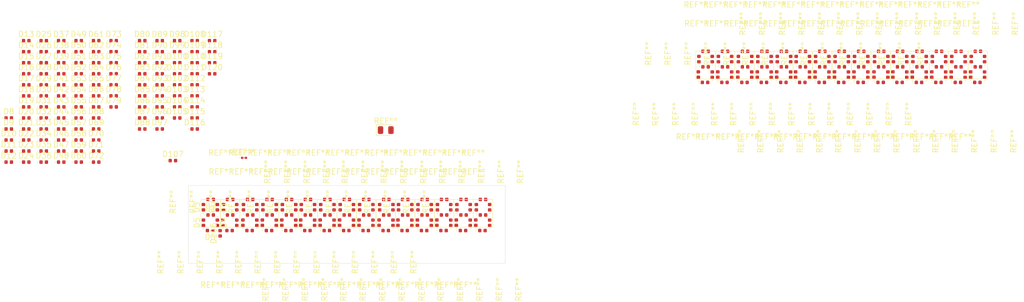
<source format=kicad_pcb>
(kicad_pcb (version 20240108) (generator "pcbnew") (generator_version "8.0")
  (layers (0 "F.Cu" signal) (31 "B.Cu" signal) (34 "B.Paste" user) (35 "F.Paste" user) (36 "B.SilkS" user "B.Silkscreen") (37 "F.SilkS" user "F.Silkscreen") (38 "B.Mask" user) (39 "F.Mask" user) (44 "Edge.Cuts" user))
  (net 0 "")
  (net 1 "b")
  (net 2 "k1")
  (net 3 "g")
  (net 4 "f")
  (net 5 "c")
  (net 6 "e")
  (net 7 "d")
  (net 8 "a")
  (net 9 "k2")
  (net 10 "h")
  (net 11 "k3")
  (net 12 "k4")
  (net 13 "k5")
  (net 14 "k6")
  (net 15 "k7")
  (net 16 "k8")
  (net 17 "k9")
  (net 18 "k10")
  (net 19 "k11")
  (net 20 "k12")
  (net 21 "k13")
  (net 22 "k14")
  (net 23 "k15")
  (footprint "LED_SMD:LED_0402_1005Metric" (layer "F.Cu") (at 176.35 28.2 90)
    (property "Reference" "REF**")
    (property "Value" "LED_0402_1005Metric")
  )
  (footprint "LED_SMD:LED_0402_1005Metric" (layer "F.Cu") (at 37.105 36.82)
    (property "Reference" "D43")
    (property "Value" "LED")
  )
  (footprint "LED_SMD:LED_0402_1005Metric" (layer "F.Cu") (at 111.8 54.9 90)
    (property "Reference" "REF**")
    (property "Value" "LED_0402_1005Metric")
  )
  (footprint "LED_SMD:LED_0402_1005Metric" (layer "F.Cu") (at 57.2 46.5)
    (property "Reference" "D107")
    (property "Value" "LED")
  )
  (footprint "LED_SMD:LED_0402_1005Metric" (layer "F.Cu") (at 43.395 40.8)
    (property "Reference" "D69")
    (property "Value" "LED")
  )
  (footprint "LED_SMD:LED_0402_1005Metric" (layer "F.Cu") (at 185.85 31 90)
    (property "Reference" "REF**")
    (property "Value" "LED_0402_1005Metric")
  )
  (footprint "LED_SMD:LED_0402_1005Metric" (layer "F.Cu") (at 169.25 30.985 90)
    (property "Reference" "REF**")
    (property "Value" "LED_0402_1005Metric")
  )
  (footprint "LED_SMD:LED_0402_1005Metric" (layer "F.Cu") (at 161.35 28.2 90)
    (property "Reference" "REF**")
    (property "Value" "LED_0402_1005Metric")
  )
  (footprint "LED_SMD:LED_0402_1005Metric" (layer "F.Cu") (at 33.96 32.84)
    (property "Reference" "D29")
    (property "Value" "LED")
  )
  (footprint "LED_SMD:LED_0805_2012Metric" (layer "F.Cu") (at 95.5 41)
    (property "Reference" "REF**")
    (property "Value" "LED_0805_2012Metric")
  )
  (footprint "LED_SMD:LED_0402_1005Metric" (layer "F.Cu") (at 57.97 34.83)
    (property "Reference" "D103")
    (property "Value" "LED")
  )
  (footprint "LED_SMD:LED_0402_1005Metric" (layer "F.Cu") (at 93.2 54.9 90)
    (property "Reference" "REF**")
    (property "Value" "LED_0402_1005Metric")
  )
  (footprint "LED_SMD:LED_0402_1005Metric" (layer "F.Cu") (at 67.4 59.1)
    (property "Reference" "REF**")
    (property "Value" "LED_0402_1005Metric")
  )
  (footprint "LED_SMD:LED_0402_1005Metric" (layer "F.Cu") (at 200.75 30.985 90)
    (property "Reference" "REF**")
    (property "Value" "LED_0402_1005Metric")
  )
  (footprint "LED_SMD:LED_0402_1005Metric" (layer "F.Cu") (at 156.45 32.4)
    (property "Reference" "REF**")
    (property "Value" "LED_0402_1005Metric")
  )
  (footprint "LED_SMD:LED_0402_1005Metric" (layer "F.Cu") (at 102.5 53.5)
    (property "Reference" "REF**")
    (property "Value" "LED_0402_1005Metric")
  )
  (footprint "LED_SMD:LED_0402_1005Metric" (layer "F.Cu") (at 185.85 28.2 90)
    (property "Reference" "REF**")
    (property "Value" "LED_0402_1005Metric")
  )
  (footprint "LED_SMD:LED_0402_1005Metric" (layer "F.Cu") (at 73.3 57.685 90)
    (property "Reference" "REF**")
    (property "Value" "LED_0402_1005Metric")
  )
  (footprint "LED_SMD:LED_0402_1005Metric" (layer "F.Cu") (at 177.55 29.6)
    (property "Reference" "REF**")
    (property "Value" "LED_0402_1005Metric")
  )
  (footprint "LED_SMD:LED_0402_1005Metric" (layer "F.Cu") (at 191.55 26.8)
    (property "Reference" "REF**")
    (property "Value" "LED_0402_1005Metric")
  )
  (footprint "LED_SMD:LED_0402_1005Metric" (layer "F.Cu") (at 178.75 31 90)
    (property "Reference" "REF**")
    (property "Value" "LED_0402_1005Metric")
  )
  (footprint "LED_SMD:LED_0402_1005Metric" (layer "F.Cu") (at 71 59.1)
    (property "Reference" "REF**")
    (property "Value" "LED_0402_1005Metric")
  )
  (footprint "LED_SMD:LED_0402_1005Metric" (layer "F.Cu") (at 183.45 28.2 90)
    (property "Reference" "REF**")
    (property "Value" "LED_0402_1005Metric")
  )
  (footprint "LED_SMD:LED_0402_1005Metric" (layer "F.Cu") (at 61.115 36.82)
    (property "Reference" "D114")
    (property "Value" "LED")
  )
  (footprint "LED_SMD:LED_0402_1005Metric" (layer "F.Cu") (at 86.2 54.9 90)
    (property "Reference" "REF**")
    (property "Value" "LED_0402_1005Metric")
  )
  (footprint "LED_SMD:LED_0402_1005Metric" (layer "F.Cu") (at 189.25 28.2 90)
    (property "Reference" "REF**")
    (property "Value" "LED_0402_1005Metric")
  )
  (footprint "LED_SMD:LED_0402_1005Metric" (layer "F.Cu") (at 170.45 32.4)
    (property "Reference" "REF**")
    (property "Value" "LED_0402_1005Metric")
  )
  (footprint "LED_SMD:LED_0402_1005Metric" (layer "F.Cu") (at 78 59.1)
    (property "Reference" "REF**")
    (property "Value" "LED_0402_1005Metric")
  )
  (footprint "LED_SMD:LED_0402_1005Metric" (layer "F.Cu") (at 33.96 28.86)
    (property "Reference" "D27")
    (property "Value" "LED")
  )
  (footprint "LED_SMD:LED_0402_1005Metric" (layer "F.Cu") (at 173.95 32.4)
    (property "Reference" "REF**")
    (property "Value" "LED_0402_1005Metric")
  )
  (footprint "LED_SMD:LED_0402_1005Metric" (layer "F.Cu") (at 43.395 44.78)
    (property "Reference" "D71")
    (property "Value" "LED")
  )
  (footprint "LED_SMD:LED_0402_1005Metric" (layer "F.Cu") (at 95.6 56.3)
    (property "Reference" "REF**")
    (property "Value" "LED_0402_1005Metric")
  )
  (footprint "LED_SMD:LED_0402_1005Metric" (layer "F.Cu") (at 43.395 24.88)
    (property "Reference" "D61")
    (property "Value" "LED")
  )
  (footprint "LED_SMD:LED_0402_1005Metric" (layer "F.Cu") (at 187.95 32.4)
    (property "Reference" "REF**")
    (property "Value" "LED_0402_1005Metric")
  )
  (footprint "LED_SMD:LED_0402_1005Metric" (layer "F.Cu") (at 30.815 46.77)
    (property "Reference" "D24")
    (property "Value" "LED")
  )
  (footprint "LED_SMD:LED_0402_1005Metric" (layer "F.Cu") (at 54.825 24.88)
    (property "Reference" "D89")
    (property "Value" "LED")
  )
  (footprint "LED_SMD:LED_0402_1005Metric" (layer "F.Cu") (at 186.85 28.2 90)
    (property "Reference" "REF**")
    (property "Value" "LED_0402_1005Metric")
  )
  (footprint "LED_SMD:LED_0402_1005Metric" (layer "F.Cu") (at 84.9 59.1)
    (property "Reference" "REF**")
    (property "Value" "LED_0402_1005Metric")
  )
  (footprint "LED_SMD:LED_0402_1005Metric" (layer "F.Cu") (at 67.5 56.3)
    (property "Reference" "REF**")
    (property "Value" "LED_0402_1005Metric")
  )
  (footprint "LED_SMD:LED_0402_1005Metric" (layer "F.Cu") (at 40.25 46.77)
    (property "Reference" "D60")
    (property "Value" "LED")
  )
  (footprint "LED_SMD:LED_0402_1005Metric" (layer "F.Cu") (at 37.105 42.79)
    (property "Reference" "D46")
    (property "Value" "LED")
  )
  (footprint "LED_SMD:LED_0402_1005Metric" (layer "F.Cu") (at 51.68 28.86)
    (property "Reference" "D82")
    (property "Value" "LED")
  )
  (footprint "LED_SMD:LED_0402_1005Metric" (layer "F.Cu") (at 169.35 28.2 90)
    (property "Reference" "REF**")
    (property "Value" "LED_0402_1005Metric")
  )
  (footprint "LED_SMD:LED_0402_1005Metric" (layer "F.Cu") (at 105.9 59.1)
    (property "Reference" "REF**")
    (property "Value" "LED_0402_1005Metric")
  )
  (footprint "LED_SMD:LED_0402_1005Metric" (layer "F.Cu") (at 95.6 53.5)
    (property "Reference" "REF**")
    (property "Value" "LED_0402_1005Metric")
  )
  (footprint "LED_SMD:LED_0402_1005Metric" (layer "F.Cu") (at 51.68 36.82)
    (property "Reference" "D86")
    (property "Value" "LED")
  )
  (footprint "LED_SMD:LED_0402_1005Metric" (layer "F.Cu") (at 30.815 40.8)
    (property "Reference" "D21")
    (property "Value" "LED")
  )
  (footprint "LED_SMD:LED_0402_1005Metric" (layer "F.Cu") (at 64.26 26.87)
    (property "Reference" "D118")
    (property "Value" "LED")
  )
  (footprint "LED_SMD:LED_0402_1005Metric" (layer "F.Cu") (at 74.6 56.3)
    (property "Reference" "REF**")
    (property "Value" "LED_0402_1005Metric")
  )
  (footprint "LED_SMD:LED_0402_1005Metric" (layer "F.Cu") (at 85 56.3)
    (property "Reference" "REF**")
    (property "Value" "LED_0402_1005Metric")
  )
  (footprint "LED_SMD:LED_0402_1005Metric" (layer "F.Cu") (at 196.25 31 90)
    (property "Reference" "REF**")
    (property "Value" "LED_0402_1005Metric")
  )
  (footprint "LED_SMD:LED_0402_1005Metric" (layer "F.Cu") (at 91.9 59.1)
    (property "Reference" "REF**")
    (property "Value" "LED_0402_1005Metric")
  )
  (footprint "LED_SMD:LED_0402_1005Metric" (layer "F.Cu") (at 61.115 26.87)
    (property "Reference" "D109")
    (property "Value" "LED")
  )
  (footprint "LED_SMD:LED_0402_1005Metric" (layer "F.Cu") (at 160.05 32.4)
    (property "Reference" "REF**")
    (property "Value" "LED_0402_1005Metric")
  )
  (footprint "LED_SMD:LED_0402_1005Metric" (layer "F.Cu") (at 157.75 28.2 90)
    (property "Reference" "REF**")
    (property "Value" "LED_0402_1005Metric")
  )
  (footprint "LED_SMD:LED_0402_1005Metric" (layer "F.Cu") (at 191.45 32.4)
    (property "Reference" "REF**")
    (property "Value" "LED_0402_1005Metric")
  )
  (footprint "LED_SMD:LED_0402_1005Metric" (layer "F.Cu") (at 113 53.5)
    (property "Reference" "REF**")
    (property "Value" "LED_0402_1005Metric")
  )
  (footprint "LED_SMD:LED_0402_1005Metric" (layer "F.Cu") (at 65.2 57.7 -90)
    (property "Reference" "D4")
    (property "Value" "LED")
  )
  (footprint "LED_SMD:LED_0402_1005Metric" (layer "F.Cu") (at 43.395 42.79)
    (property "Reference" "D70")
    (property "Value" "LED")
  )
  (footprint "LED_SMD:LED_0402_1005Metric" (layer "F.Cu") (at 51.68 32.84)
    (property "Reference" "D84")
    (property "Value" "LED")
  )
  (footprint "LED_SMD:LED_0402_1005Metric" (layer "F.Cu") (at 97.8 54.9 90)
    (property "Reference" "REF**")
    (property "Value" "LED_0402_1005Metric")
  )
  (footprint "LED_SMD:LED_0402_1005Metric" (layer "F.Cu") (at 107.2 54.9 90)
    (property "Reference" "REF**")
    (property "Value" "LED_0402_1005Metric")
  )
  (footprint "LED_SMD:LED_0402_1005Metric" (layer "F.Cu") (at 106 56.3)
    (property "Reference" "REF**")
    (property "Value" "LED_0402_1005Metric")
  )
  (footprint "LED_SMD:LED_0402_1005Metric" (layer "F.Cu") (at 81.5 53.5)
    (property "Reference" "REF**")
    (property "Value" "LED_0402_1005Metric")
  )
  (footprint "LED_SMD:LED_0402_1005Metric" (layer "F.Cu") (at 46.54 36.82)
    (property "Reference" "D79")
    (property "Value" "LED")
  )
  (footprint "LED_SMD:LED_0402_1005Metric" (layer "F.Cu") (at 162.35 30.985 90)
    (property "Reference" "REF**")
    (property "Value" "LED_0402_1005Metric")
  )
  (footprint "LED_SMD:LED_0402_1005Metric" (layer "F.Cu") (at 40.25 40.8)
    (property "Reference" "D57")
    (property "Value" "LED")
  )
  (footprint "LED_SMD:LED_0402_1005Metric" (layer "F.Cu") (at 165.85 30.985 90)
    (property "Reference" "REF**")
    (property "Value" "LED_0402_1005Metric")
  )
  (footprint "LED_SMD:LED_0402_1005Metric" (layer "F.Cu") (at 46.54 26.87)
    (property "Reference" "D74")
    (property "Value" "LED")
  )
  (footprint "LED_SMD:LED_0402_1005Metric" (layer "F.Cu") (at 27.67 42.79)
    (property "Reference" "D10")
    (property "Value" "LED")
  )
  (footprint "LED_SMD:LED_0402_1005Metric" (layer "F.Cu") (at 61.115 34.83)
    (property "Reference" "D113")
    (property "Value" "LED")
  )
  (footprint "LED_SMD:LED_0402_1005Metric" (layer "F.Cu") (at 57.97 38.81)
    (property "Reference" "D105")
    (property "Value" "LED")
  )
  (footprint "LED_SMD:LED_0402_1005Metric" (layer "F.Cu") (at 202.05 29.6)
    (property "Reference" "REF**")
    (property "Value" "LED_0402_1005Metric")
  )
  (footprint "LED_SMD:LED_0402_1005Metric" (layer "F.Cu") (at 46.54 32.84)
    (property "Reference" "D77")
    (property "Value" "LED")
  )
  (footprint "LED_SMD:LED_0402_1005Metric" (layer "F.Cu") (at 158.95 28.2 90)
    (property "Reference" "REF**")
    (property "Value" "LED_0402_1005Metric")
  )
  (footprint "LED_SMD:LED_0402_1005Metric" (layer "F.Cu") (at 74.5 59.1)
    (property "Reference" "REF**")
    (property "Value" "LED_0402_1005Metric")
  )
  (footprint "LED_SMD:LED_0402_1005Metric" (layer "F.Cu") (at 37.105 40.8)
    (property "Reference" "D45")
    (property "Value" "LED")
  )
  (footprint "LED_SMD:LED_0402_1005Metric" (layer "F.Cu") (at 151.75 30.985 90)
    (property "Reference" "REF**")
    (property "Value" "LED_0402_1005Metric")
  )
  (footprint "LED_SMD:LED_0402_1005Metric" (layer "F.Cu") (at 61.115 30.85)
    (property "Reference" "D111")
    (property "Value" "LED")
  )
  (footprint "LED_SMD:LED_0402_1005Metric" (layer "F.Cu") (at 193.85 28.2 90)
    (property "Reference" "REF**")
    (property "Value" "LED_0402_1005Metric")
  )
  (footprint "LED_SMD:LED_0402_1005Metric" (layer "F.Cu") (at 172.75 30.985 90)
    (property "Reference" "REF**")
    (property "Value" "LED_0402_1005Metric")
  )
  (footprint "LED_SMD:LED_0402_1005Metric" (layer "F.Cu") (at 168.35 28.2 90)
    (property "Reference" "REF**")
    (property "Value" "LED_0402_1005Metric")
  )
  (footprint "LED_SMD:LED_0402_1005Metric" (layer "F.Cu") (at 190.35 28.2 90)
    (property "Reference" "REF**")
    (property "Value" "LED_0402_1005Metric")
  )
  (footprint "LED_SMD:LED_0402_1005Metric" (layer "F.Cu") (at 192.75 31 90)
    (property "Reference" "REF**")
    (property "Value" "LED_0402_1005Metric")
  )
  (footprint "LED_SMD:LED_0402_1005Metric" (layer "F.Cu") (at 37.105 24.88)
    (property "Reference" "D37")
    (property "Value" "LED")
  )
  (footprint "LED_SMD:LED_0402_1005Metric" (layer "F.Cu") (at 179.85 28.2 90)
    (property "Reference" "REF**")
    (property "Value" "LED_0402_1005Metric")
  )
  (footprint "LED_SMD:LED_0402_1005Metric" (layer "F.Cu") (at 161.35 31 90)
    (property "Reference" "REF**")
    (property "Value" "LED_0402_1005Metric")
  )
  (footprint "LED_SMD:LED_0402_1005Metric" (layer "F.Cu") (at 175.25 28.2 90)
    (property "Reference" "REF**")
    (property "Value" "LED_0402_1005Metric")
  )
  (footprint "LED_SMD:LED_0402_1005Metric" (layer "F.Cu") (at 163.55 32.4)
    (property "Reference" "REF**")
    (property "Value" "LED_0402_1005Metric")
  )
  (footprint "LED_SMD:LED_0402_1005Metric" (layer "F.Cu") (at 57.97 32.84)
    (property "Reference" "D102")
    (property "Value" "LED")
  )
  (footprint "LED_SMD:LED_0402_1005Metric" (layer "F.Cu") (at 104.8 54.9 90)
    (property "Reference" "REF**")
    (property "Value" "LED_0402_1005Metric")
  )
  (footprint "LED_SMD:LED_0402_1005Metric" (layer "F.Cu") (at 40.25 32.84)
    (property "Reference" "D53")
    (property "Value" "LED")
  )
  (footprint "LED_SMD:LED_0402_1005Metric" (layer "F.Cu") (at 68.7 54.9 90)
    (property "Reference" "REF**")
    (property "Value" "LED_0402_1005Metric")
  )
  (footprint "LED_SMD:LED_0402_1005Metric" (layer "F.Cu") (at 40.25 44.78)
    (property "Reference" "D59")
    (property "Value" "LED")
  )
  (footprint "LED_SMD:LED_0402_1005Metric" (layer "F.Cu") (at 203.25 31 90)
    (property "Reference" "REF**")
    (property "Value" "LED_0402_1005Metric")
  )
  (footprint "LED_SMD:LED_0402_1005Metric" (layer "F.Cu") (at 51.68 24.88)
    (property "Reference" "D80")
    (property "Value" "LED")
  )
  (footprint "LED_SMD:LED_0402_1005Metric" (layer "F.Cu") (at 189.25 31 90)
    (property "Reference" "REF**")
    (property "Value" "LED_0402_1005Metric")
  )
  (footprint "LED_SMD:LED_0402_1005Metric" (layer "F.Cu") (at 160.15 26.8)
    (property "Reference" "REF**")
    (property "Value" "LED_0402_1005Metric")
  )
  (footprint "LED_SMD:LED_0402_1005Metric" (layer "F.Cu") (at 113 56.3)
    (property "Reference" "REF**")
    (property "Value" "LED_0402_1005Metric")
  )
  (footprint "LED_SMD:LED_0402_1005Metric" (layer "F.Cu") (at 160.15 29.6)
    (property "Reference" "REF**")
    (property "Value" "LED_0402_1005Metric")
  )
  (footprint "LED_SMD:LED_0402_1005Metric" (layer "F.Cu") (at 71.1 53.5)
    (property "Reference" "REF**")
    (property "Value" "LED_0402_1005Metric")
  )
  (footprint "LED_SMD:LED_0402_1005Metric" (layer "F.Cu") (at 198.55 29.6)
    (property "Reference" "REF**")
    (property "Value" "LED_0402_1005Metric")
  )
  (footprint "LED_SMD:LED_0402_1005Metric" (layer "F.Cu") (at 174.05 29.6)
    (property "Reference" "REF**")
    (property "Value" "LED_0402_1005Metric")
  )
  (footprint "LED_SMD:LED_0402_1005Metric" (layer "F.Cu") (at 183.35 30.985 90)
    (property "Reference" "REF**")
    (property "Value" "LED_0402_1005Metric")
  )
  (footprint "LED_SMD:LED_0402_1005Metric" (layer "F.Cu") (at 54.825 32.84)
    (property "Reference" "D93")
    (property "Value" "LED")
  )
  (footprint "LED_SMD:LED_0402_1005Metric" (layer "F.Cu") (at 153.05 29.6)
    (property "Reference" "REF**")
    (property "Value" "LED_0402_1005Metric")
  )
  (footprint "LED_SMD:LED_0201_0603Metric" (layer "F.Cu") (at 70 46)
    (property "Reference" "REF**")
    (property "Value" "LED_0201_0603Metric")
  )
  (footprint "LED_SMD:LED_0402_1005Metric" (layer "F.Cu") (at 76.9 54.9 90)
    (property "Reference" "REF**")
    (property "Value" "LED_0402_1005Metric")
  )
  (footprint "LED_SMD:LED_0402_1005Metric" (layer "F.Cu") (at 81.4 59.1)
    (property "Reference" "REF**")
    (property "Value" "LED_0402_1005Metric")
  )
  (footprint "LED_SMD:LED_0402_1005Metric" (layer "F.Cu") (at 37.105 28.86)
    (property "Reference" "D39")
    (property "Value" "LED")
  )
  (footprint "LED_SMD:LED_0402_1005Metric" (layer "F.Cu") (at 203.25 28.2 90)
    (property "Reference" "REF**")
    (property "Value" "LED_0402_1005Metric")
  )
  (footprint "LED_SMD:LED_0402_1005Metric" (layer "F.Cu") (at 107.2 57.7 90)
    (property "Reference" "REF**")
    (property "Value" "LED_0402_1005Metric")
  )
  (footprint "LED_SMD:LED_0402_1005Metric" (layer "F.Cu") (at 175.25 31 90)
    (property "Reference" "REF**")
    (property "Value" "LED_0402_1005Metric")
  )
  (footprint "LED_SMD:LED_0402_1005Metric" (layer "F.Cu") (at 67.5 53.5)
    (property "Reference" "REF**")
    (property "Value" "LED_0402_1005Metric")
  )
  (footprint "LED_SMD:LED_0402_1005Metric" (layer "F.Cu") (at 114.2 57.7 90)
    (property "Reference" "REF**")
    (property "Value" "LED_0402_1005Metric")
  )
  (footprint "LED_SMD:LED_0402_1005Metric" (layer "F.Cu") (at 101.2 57.685 90)
    (property "Reference" "REF**")
    (property "Value" "LED_0402_1005Metric")
  )
  (footprint "LED_SMD:LED_0402_1005Metric" (layer "F.Cu") (at 182.25 28.2 90)
    (property "Reference" "REF**")
    (property "Value" "LED_0402_1005Metric")
  )
  (footprint "LED_SMD:LED_0402_1005Metric" (layer "F.Cu") (at 68.7 57.7 90)
    (property "Reference" "REF**")
    (property "Value" "LED_0402_1005Metric")
  )
  (footprint "LED_SMD:LED_0402_1005Metric" (layer "F.Cu") (at 27.67 46.77)
    (property "Reference" "D12")
    (property "Value" "LED")
  )
  (footprint "LED_SMD:LED_0402_1005Metric" (layer "F.Cu") (at 64 56.3)
    (property "Reference" "D2")
    (property "Value" "LED")
  )
  (footprint "LED_SMD:LED_0402_1005Metric" (layer "F.Cu") (at 78.1 53.5)
    (property "Reference" "REF**")
    (property "Value" "LED_0402_1005Metric")
  )
  (footprint "LED_SMD:LED_0402_1005Metric" (layer "F.Cu") (at 95.5 59.1)
    (property "Reference" "REF**")
    (property "Value" "LED_0402_1005Metric")
  )
  (footprint "LED_SMD:LED_0402_1005Metric" (layer "F.Cu") (at 43.395 28.86)
    (property "Reference" "D63")
    (property "Value" "LED")
  )
  (footprint "LED_SMD:LED_0402_1005Metric" (layer "F.Cu") (at 62.7 54.9 90)
    (property "Reference" "D3")
    (property "Value" "LED")
  )
  (footprint "LED_SMD:LED_0402_1005Metric" (layer "F.Cu") (at 27.67 44.78)
    (property "Reference" "D11")
    (property "Value" "LED")
  )
  (footprint "LED_SMD:LED_0402_1005Metric" (layer "F.Cu") (at 163.65 26.8)
    (property "Reference" "REF**")
    (property "Value" "LED_0402_1005Metric")
  )
  (footprint "LED_SMD:LED_0402_1005Metric" (layer "F.Cu") (at 64.26 30.85)
    (property "Reference" "D120")
    (property "Value" "LED")
  )
  (footprint "LED_SMD:LED_0402_1005Metric" (layer "F.Cu") (at 75.8 54.9 90)
    (property "Reference" "REF**")
    (property "Value" "LED_0402_1005Metric")
  )
  (footprint "LED_SMD:LED_0402_1005Metric" (layer "F.Cu") (at 112.9 59.1)
    (property "Reference" "REF**")
    (property "Value" "LED_0402_1005Metric")
  )
  (footprint "LED_SMD:LED_0402_1005Metric" (layer "F.Cu") (at 54.825 28.86)
    (property "Reference" "D91")
    (property "Value" "LED")
  )
  (footprint "LED_SMD:LED_0402_1005Metric" (layer "F.Cu") (at 88.4 59.1)
    (property "Reference" "REF**")
    (property "Value" "LED_0402_1005Metric")
  )
  (footprint "LED_SMD:LED_0402_1005Metric" (layer "F.Cu") (at 40.25 34.83)
    (property "Reference" "D54")
    (property "Value" "LED")
  )
  (footprint "LED_SMD:LED_0402_1005Metric" (layer "F.Cu") (at 73.4 54.9 90)
    (property "Reference" "REF**")
    (property "Value" "LED_0402_1005Metric")
  )
  (footprint "LED_SMD:LED_0402_1005Metric" (layer "F.Cu") (at 100.2 57.7 90)
    (property "Reference" "REF**")
    (property "Value" "LED_0402_1005Metric")
  )
  (footprint "LED_SMD:LED_0402_1005Metric" (layer "F.Cu") (at 190.25 30.985 90)
    (property "Reference" "REF**")
    (property "Value" "LED_0402_1005Metric")
  )
  (footprint "LED_SMD:LED_0402_1005Metric" (layer "F.Cu") (at 191.55 29.6)
    (property "Reference" "REF**")
    (property "Value" "LED_0402_1005Metric")
  )
  (footprint "LED_SMD:LED_0402_1005Metric" (layer "F.Cu") (at 81.5 56.3)
    (property "Reference" "REF**")
    (property "Value" "LED_0402_1005Metric")
  )
  (footprint "LED_SMD:LED_0402_1005Metric" (layer "F.Cu") (at 177.55 26.8)
    (property "Reference" "REF**")
    (property "Value" "LED_0402_1005Metric")
  )
  (footprint "LED_SMD:LED_0402_1005Metric" (layer "F.Cu") (at 109.4 59.1)
    (property "Reference" "REF**")
    (property "Value" "LED_0402_1005Metric")
  )
  (footprint "LED_SMD:LED_0402_1005Metric" (layer "F.Cu") (at 33.96 44.78)
    (property "Reference" "D35")
    (property "Value" "LED")
  )
  (footprint "LED_SMD:LED_0402_1005Metric" (layer "F.Cu") (at 165.95 28.2 90)
    (property "Reference" "REF**")
    (property "Value" "LED_0402_1005Metric")
  )
  (footprint "LED_SMD:LED_0402_1005Metric" (layer "F.Cu") (at 33.96 30.85)
    (property "Reference" "D28")
    (property "Value" "LED")
  )
  (footprint "LED_SMD:LED_0402_1005Metric" (layer "F.Cu") (at 61.115 32.84)
    (property "Reference" "D112")
    (property "Value" "LED")
  )
  (footprint "LED_SMD:LED_0402_1005Metric" (layer "F.Cu") (at 37.105 44.78)
    (property "Reference" "D47")
    (property "Value" "LED")
  )
  (footprint "LED_SMD:LED_0402_1005Metric" (layer "F.Cu") (at 43.395 26.87)
    (property "Reference" "D62")
    (property "Value" "LED")
  )
  (footprint "LED_SMD:LED_0402_1005Metric" (layer "F.Cu") (at 79.3 57.7 90)
    (property "Reference" "REF**")
    (property "Value" "LED_0402_1005Metric")
  )
  (footprint "LED_SMD:LED_0402_1005Metric" (layer "F.Cu") (at 30.815 42.79)
    (property "Reference" "D22")
    (property "Value" "LED")
  )
  (footprint "LED_SMD:LED_0402_1005Metric" (layer "F.Cu") (at 99 53.5)
    (property "Reference" "REF**")
    (property "Value" "LED_0402_1005Metric")
  )
  (footprint "LED_SMD:LED_0402_1005Metric" (layer "F.Cu") (at 33.96 38.81)
    (property "Reference" "D32")
    (property "Value" "LED")
  )
  (footprint "LED_SMD:LED_0402_1005Metric" (layer "F.Cu") (at 180.95 32.4)
    (property "Reference" "REF**")
    (property "Value" "LED_0402_1005Metric")
  )
  (footprint "LED_SMD:LED_0402_1005Metric" (layer "F.Cu") (at 201.95 32.4)
    (property "Reference" "REF**")
    (property "Value" "LED_0402_1005Metric")
  )
  (footprint "LED_SMD:LED_0402_1005Metric" (layer "F.Cu") (at 27.67 38.81)
    (property "Reference" "D8")
    (property "Value" "LED")
  )
  (footprint "LED_SMD:LED_0402_1005Metric" (layer "F.Cu") (at 106 53.5)
    (property "Reference" "REF**")
    (property "Value" "LED_0402_1005Metric")
  )
  (footprint "LED_SMD:LED_0402_1005Metric" (layer "F.Cu") (at 46.54 30.85)
    (property "Reference" "D76")
    (property "Value" "LED")
  )
  (footprint "LED_SMD:LED_0402_1005Metric" (layer "F.Cu") (at 152.95 32.4)
    (property "Reference" "REF**")
    (property "Value" "LED_0402_1005Metric")
  )
  (footprint "LED_SMD:LED_0402_1005Metric" (layer "F.Cu") (at 174.05 26.8)
    (property "Reference" "REF**")
    (property "Value" "LED_0402_1005Metric")
  )
  (footprint "LED_SMD:LED_0402_1005Metric" (layer "F.Cu") (at 181.05 29.6)
    (property "Reference" "REF**")
    (property "Value" "LED_0402_1005Metric")
  )
  (footprint "LED_SMD:LED_0402_1005Metric" (layer "F.Cu") (at 103.7 57.7 90)
    (property "Reference" "REF**")
    (property "Value" "LED_0402_1005Metric")
  )
  (footprint "LED_SMD:LED_0402_1005Metric" (layer "F.Cu") (at 167.15 29.6)
    (property "Reference" "REF**")
    (property "Value" "LED_0402_1005Metric")
  )
  (footprint "LED_SMD:LED_0402_1005Metric" (layer "F.Cu") (at 96.8 57.7 90)
    (property "Reference" "REF**")
    (property "Value" "LED_0402_1005Metric")
  )
  (footprint "LED_SMD:LED_0402_1005Metric" (layer "F.Cu") (at 177.45 32.4)
    (property "Reference" "REF**")
    (property "Value" "LED_0402_1005Metric")
  )
  (footprint "LED_SMD:LED_0402_1005Metric" (layer "F.Cu") (at 74.6 53.5)
    (property "Reference" "REF**")
    (property "Value" "LED_0402_1005Metric")
  )
  (footprint "LED_SMD:LED_0402_1005Metric" (layer "F.Cu") (at 30.815 44.78)
    (property "Reference" "D23")
    (property "Value" "LED")
  )
  (footprint "LED_SMD:LED_0402_1005Metric" (layer "F.Cu") (at 199.75 31 90)
    (property "Reference" "REF**")
    (property "Value" "LED_0402_1005Metric")
  )
  (footprint "LED_SMD:LED_0402_1005Metric" (layer "F.Cu") (at 156.55 29.6)
    (property "Reference" "REF**")
    (property "Value" "LED_0402_1005Metric")
  )
  (footprint "LED_SMD:LED_0402_1005Metric" (layer "F.Cu") (at 66.3 54.9 90)
    (property "Reference" "REF**")
    (property "Value" "LED_0402_1005Metric")
  )
  (footprint "LED_SMD:LED_0402_1005Metric" (layer "F.Cu") (at 97.7 57.685 90)
    (property "Reference" "REF**")
    (property "Value" "LED_0402_1005Metric")
  )
  (footprint "LED_SMD:LED_0402_1005Metric" (layer "F.Cu") (at 75.8 57.7 90)
    (property "Reference" "REF**")
    (property "Value" "LED_0402_1005Metric")
  )
  (footprint "LED_SMD:LED_0402_1005Metric" (layer "F.Cu") (at 188.05 26.8)
    (property "Reference" "REF**")
    (property "Value" "LED_0402_1005Metric")
  )
  (footprint "LED_SMD:LED_0402_1005Metric" (layer "F.Cu") (at 184.65 26.8)
    (property "Reference" "REF**")
    (property "Value" "LED_0402_1005Metric")
  )
  (footprint "LED_SMD:LED_0402_1005Metric" (layer "F.Cu") (at 82.7 54.9 90)
    (property "Reference" "REF**")
    (property "Value" "LED_0402_1005Metric")
  )
  (footprint "LED_SMD:LED_0402_1005Metric" (layer "F.Cu") (at 195.05 29.6)
    (property "Reference" "REF**")
    (property "Value" "LED_0402_1005Metric")
  )
  (footprint "LED_SMD:LED_0402_1005Metric" (layer "F.Cu") (at 186.75 30.985 90)
    (property "Reference" "REF**")
    (property "Value" "LED_0402_1005Metric")
  )
  (footprint "LED_SMD:LED_0402_1005Metric" (layer "F.Cu") (at 83.7 57.685 90)
    (property "Reference" "REF**")
    (property "Value" "LED_0402_1005Metric")
  )
  (footprint "LED_SMD:LED_0402_1005Metric" (layer "F.Cu") (at 57.97 36.82)
    (property "Reference" "D104")
    (property "Value" "LED")
  )
  (footprint "LED_SMD:LED_0402_1005Metric" (layer "F.Cu") (at 40.25 30.85)
    (property "Reference" "D52")
    (property "Value" "LED")
  )
  (footprint "LED_SMD:LED_0402_1005Metric" (layer "F.Cu") (at 54.825 36.82)
    (property "Reference" "D95")
    (property "Value" "LED")
  )
  (footprint "LED_SMD:LED_0402_1005Metric" (layer "F.Cu") (at 110.7 57.7 90)
    (property "Reference" "REF**")
    (property "Value" "LED_0402_1005Metric")
  )
  (footprint "LED_SMD:LED_0402_1005Metric" (layer "F.Cu") (at 202.05 26.8)
    (property "Reference" "REF**")
    (property "Value" "LED_0402_1005Metric")
  )
  (footprint "LED_SMD:LED_0402_1005Metric" (layer "F.Cu") (at 96.8 54.9 90)
    (property "Reference" "REF**")
    (property "Value" "LED_0402_1005Metric")
  )
  (footprint "LED_SMD:LED_0402_1005Metric" (layer "F.Cu") (at 79.3 54.9 90)
    (property "Reference" "REF**")
    (property "Value" "LED_0402_1005Metric")
  )
  (footprint "LED_SMD:LED_0402_1005Metric" (layer "F.Cu") (at 54.825 38.81)
    (property "Reference" "D96")
    (property "Value" "LED")
  )
  (footprint "LED_SMD:LED_0402_1005Metric" (layer "F.Cu") (at 54.825 26.87)
    (property "Reference" "D90")
    (property "Value" "LED")
  )
  (footprint "LED_SMD:LED_0402_1005Metric" (layer "F.Cu") (at 88.5 56.3)
    (property "Reference" "REF**")
    (property "Value" "LED_0402_1005Metric")
  )
  (footprint "LED_SMD:LED_0402_1005Metric" (layer "F.Cu") (at 54.825 40.8)
    (property "Reference" "D97")
    (property "Value" "LED")
  )
  (footprint "LED_SMD:LED_0402_1005Metric" (layer "F.Cu") (at 110.7 54.9 90)
    (property "Reference" "REF**")
    (property "Value" "LED_0402_1005Metric")
  )
  (footprint "LED_SMD:LED_0402_1005Metric" (layer "F.Cu") (at 40.25 28.86)
    (property "Reference" "D51")
    (property "Value" "LED")
  )
  (footprint "LED_SMD:LED_0402_1005Metric" (layer "F.Cu") (at 37.105 34.83)
    (property "Reference" "D42")
    (property "Value" "LED")
  )
  (footprint "LED_SMD:LED_0402_1005Metric" (layer "F.Cu") (at 80.3 54.9 90)
    (property "Reference" "REF**")
    (property "Value" "LED_0402_1005Metric")
  )
  (footprint "LED_SMD:LED_0402_1005Metric" (layer "F.Cu") (at 72.3 54.9 90)
    (property "Reference" "REF**")
    (property "Value" "LED_0402_1005Metric")
  )
  (footprint "LED_SMD:LED_0402_1005Metric" (layer "F.Cu") (at 109.5 56.3)
    (property "Reference" "REF**")
    (property "Value" "LED_0402_1005Metric")
  )
  (footprint "LED_SMD:LED_0402_1005Metric" (layer "F.Cu") (at 83.8 54.9 90)
    (property "Reference" "REF**")
    (property "Value" "LED_0402_1005Metric")
  )
  (footprint "LED_SMD:LED_0402_1005Metric" (layer "F.Cu") (at 57.97 30.85)
    (property "Reference" "D101")
    (property "Value" "LED")
  )
  (footprint "LED_SMD:LED_0402_1005Metric" (layer "F.Cu") (at 57.97 28.86)
    (property "Reference" "D100")
    (property "Value" "LED")
  )
  (footprint "LED_SMD:LED_0402_1005Metric" (layer "F.Cu") (at 61.115 40.8)
    (property "Reference" "D116")
    (property "Value" "LED")
  )
  (footprint "LED_SMD:LED_0402_1005Metric" (layer "F.Cu") (at 188.05 29.6)
    (property "Reference" "REF**")
    (property "Value" "LED_0402_1005Metric")
  )
  (footprint "LED_SMD:LED_0402_1005Metric" (layer "F.Cu") (at 164.85 31 90)
    (property "Reference" "REF**")
    (property "Value" "LED_0402_1005Metric")
  )
  (footprint "LED_SMD:LED_0402_1005Metric" (layer "F.Cu") (at 69.8 57.685 90)
    (property "Reference" "REF**")
    (property "Value" "LED_0402_1005Metric")
  )
  (footprint "LED_SMD:LED_0402_1005Metric" (layer "F.Cu") (at 37.105 38.81)
    (property "Reference" "D44")
    (property "Value" "LED")
  )
  (footprint "LED_SMD:LED_0402_1005Metric" (layer "F.Cu") (at 198.55 26.8)
    (property "Reference" "REF**")
    (property "Value" "LED_0402_1005Metric")
  )
  (footprint "LED_SMD:LED_0402_1005Metric" (layer "F.Cu") (at 196.25 28.2 90)
    (property "Reference" "REF**")
    (property "Value" "LED_0402_1005Metric")
  )
  (footprint "LED_SMD:LED_0402_1005Metric" (layer "F.Cu") (at 153.05 26.8)
    (property "Reference" "REF**")
    (property "Value" "LED_0402_1005Metric")
  )
  (footprint "LED_SMD:LED_0402_1005Metric" (layer "F.Cu") (at 43.395 34.83)
    (property "Reference" "D66")
    (property "Value" "LED")
  )
  (footprint "LED_SMD:LED_0402_1005Metric" (layer "F.Cu") (at 197.35 28.2 90)
    (property "Reference" "REF**")
    (property "Value" "LED_0402_1005Metric")
  )
  (footprint "LED_SMD:LED_0402_1005Metric" (layer "F.Cu") (at 33.96 42.79)
    (property "Reference" "D34")
    (property "Value" "LED")
  )
  (footprint "LED_SMD:LED_0402_1005Metric" (layer "F.Cu") (at 72.3 57.7 90)
    (property "Reference" "REF**")
    (property "Value" "LED_0402_1005Metric")
  )
  (footprint "LED_SMD:LED_0402_1005Metric" (layer "F.Cu") (at 162.45 28.2 90)
    (property "Reference" "REF**")
    (property "Value" "LED_0402_1005Metric")
  )
  (footprint "LED_SMD:LED_0402_1005Metric" (layer "F.Cu") (at 40.25 26.87)
    (property "Reference" "D50")
    (property "Value" "LED")
  )
  (footprint "LED_SMD:LED_0402_1005Metric" (layer "F.Cu") (at 87.3 54.9 90)
    (property "Reference" "REF**")
    (property "Value" "LED_0402_1005Metric")
  )
  (footprint "LED_SMD:LED_0402_1005Metric" (layer "F.Cu") (at 69.9 54.9 90)
    (property "Reference" "REF**")
    (property "Value" "LED_0402_1005Metric")
  )
  (footprint "LED_SMD:LED_0402_1005Metric" (layer "F.Cu") (at 33.96 36.82)
    (property "Reference" "D31")
    (property "Value" "LED")
  )
  (footprint "LED_SMD:LED_0402_1005Metric" (layer "F.Cu") (at 170.55 29.6)
    (property "Reference" "REF**")
    (property "Value" "LED_0402_1005Metric")
  )
  (footprint "LED_SMD:LED_0402_1005Metric" (layer "F.Cu") (at 37.105 26.87)
    (property "Reference" "D38")
    (property "Value" "LED")
  )
  (footprint "LED_SMD:LED_0402_1005Metric" (layer "F.Cu") (at 199.75 28.2 90)
    (property "Reference" "REF**")
    (property "Value" "LED_0402_1005Metric")
  )
  (footprint "LED_SMD:LED_0402_1005Metric" (layer "F.Cu") (at 40.25 36.82)
    (property "Reference" "D55")
    (property "Value" "LED")
  )
  (footprint "LED_SMD:LED_0402_1005Metric" (layer "F.Cu") (at 94.4 54.9 90)
    (property "Reference" "REF**")
    (property "Value" "LED_0402_1005Metric")
  )
  (footprint "LED_SMD:LED_0402_1005Metric" (layer "F.Cu") (at 51.68 40.8)
    (property "Reference" "D88")
    (property "Value" "LED")
  )
  (footprint "LED_SMD:LED_0402_1005Metric" (layer "F.Cu") (at 102.4 59.1)
    (property "Reference" "REF**")
    (property "Value" "LED_0402_1005Metric")
  )
  (footprint "LED_SMD:LED_0402_1005Metric" (layer "F.Cu") (at 65.2 54.9 -90)
    (property "Reference" "D1")
    (property "Value" "LED")
  )
  (footprint "LED_SMD:LED_0402_1005Metric" (layer "F.Cu") (at 179.75 30.985 90)
    (property "Reference" "REF**")
    (property "Value" "LED_0402_1005Metric")
  )
  (footprint "LED_SMD:LED_0402_1005Metric" (layer "F.Cu") (at 195.05 26.8)
    (property "Reference" "REF**")
    (property "Value" "LED_0402_1005Metric")
  )
  (footprint "LED_SMD:LED_0402_1005Metric" (layer "F.Cu") (at 198.45 32.4)
    (property "Reference" "REF**")
    (property "Value" "LED_0402_1005Metric")
  )
  (footprint "LED_SMD:LED_0402_1005Metric" (layer "F.Cu") (at 57.97 24.88)
    (property "Reference" "D98")
    (property "Value" "LED")
  )
  (footprint "LED_SMD:LED_0402_1005Metric" (layer "F.Cu") (at 111.7 57.685 90)
    (property "Reference" "REF**")
    (property "Value" "LED_0402_1005Metric")
  )
  (footprint "LED_SMD:LED_0402_1005Metric" (layer "F.Cu") (at 171.75 28.2 90)
    (property "Reference" "REF**")
    (property "Value" "LED_0402_1005Metric")
  )
  (footprint "LED_SMD:LED_0402_1005Metric" (layer "F.Cu") (at 194.95 32.4)
    (property "Reference" "REF**")
    (property "Value" "LED_0402_1005Metric")
  )
  (footprint "LED_SMD:LED_0402_1005Metric" (layer "F.Cu") (at 184.65 29.6)
    (property "Reference" "REF**")
    (property "Value" "LED_0402_1005Metric")
  )
  (footprint "LED_SMD:LED_0402_1005Metric" (layer "F.Cu") (at 104.7 57.685 90)
    (property "Reference" "REF**")
    (property "Value" "LED_0402_1005Metric")
  )
  (footprint "LED_SMD:LED_0402_1005Metric" (layer "F.Cu") (at 156.55 26.8)
    (property "Reference" "REF**")
    (property "Value" "LED_0402_1005Metric")
  )
  (footprint "LED_SMD:LED_0402_1005Metric" (layer "F.Cu") (at 54.825 30.85)
    (property "Reference" "D92")
    (property "Value" "LED")
  )
  (footprint "LED_SMD:LED_0402_1005Metric" (layer "F.Cu") (at 155.25 30.985 90)
    (property "Reference" "REF**")
    (property "Value" "LED_0402_1005Metric")
  )
  (footprint "LED_SMD:LED_0402_1005Metric" (layer "F.Cu") (at 89.7 57.7 90)
    (property "Reference" "REF**")
    (property "Value" "LED_0402_1005Metric")
  )
  (footprint "LED_SMD:LED_0402_1005Metric" (layer "F.Cu") (at 154.25 28.2 90)
    (property "Reference" "REF**")
    (property "Value" "LED_0402_1005Metric")
  )
  (footprint "LED_SMD:LED_0402_1005Metric" (layer "F.Cu") (at 157.75 31 90)
    (property "Reference" "REF**")
    (property "Value" "LED_0402_1005Metric")
  )
  (footprint "LED_SMD:LED_0402_1005Metric" (layer "F.Cu") (at 30.815 26.87)
    (property "Reference" "D14")
    (property "Value" "LED")
  )
  (footprint "LED_SMD:LED_0402_1005Metric" (layer "F.Cu") (at 30.815 28.86)
    (property "Reference" "D15")
    (property "Value" "LED")
  )
  (footprint "LED_SMD:LED_0402_1005Metric" (layer "F.Cu") (at 33.96 46.77)
    (property "Reference" "D36")
    (property "Value" "LED")
  )
  (footprint "LED_SMD:LED_0402_1005Metric" (layer "F.Cu") (at 30.815 24.88)
    (property "Reference" "D13")
    (property "Value" "LED")
  )
  (footprint "LED_SMD:LED_0402_1005Metric" (layer "F.Cu") (at 85 53.5)
    (property "Reference" "REF**")
    (property "Value" "LED_0402_1005Metric")
  )
  (footprint "LED_SMD:LED_0402_1005Metric" (layer "F.Cu") (at 43.395 36.82)
    (property "Reference" "D67")
    (property "Value" "LED")
  )
  (footprint "LED_SMD:LED_0402_1005Metric" (layer "F.Cu") (at 64.26 24.88)
    (property "Reference" "D117")
    (property "Value" "LED")
  )
  (footprint "LED_SMD:LED_0402_1005Metric" (layer "F.Cu") (at 193.75 30.985 90)
    (property "Reference" "REF**")
    (property "Value" "LED_0402_1005Metric")
  )
  (footprint "LED_SMD:LED_0402_1005Metric" (layer "F.Cu") (at 46.54 24.88)
    (property "Reference" "D73")
    (property "Value" "LED")
  )
  (footprint "LED_SMD:LED_0402_1005Metric" (layer "F.Cu") (at 108.2 57.685 90)
    (property "Reference" "REF**")
    (property "Value" "LED_0402_1005Metric")
  )
  (footprint "LED_SMD:LED_0402_1005Metric" (layer "F.Cu") (at 98.9 59.1)
    (property "Reference" "REF**")
    (property "Value" "LED_0402_1005Metric")
  )
  (footprint "LED_SMD:LED_0402_1005Metric" (layer "F.Cu") (at 172.85 28.2 90)
    (property "Reference" "REF**")
    (property "Value" "LED_0402_1005Metric")
  )
  (footprint "LED_SMD:LED_0402_1005Metric" (layer "F.Cu") (at 86.2 57.7 90)
    (property "Reference" "REF**")
    (property "Value" "LED_0402_1005Metric")
  )
  (footprint "LED_SMD:LED_0402_1005Metric" (layer "F.Cu") (at 30.815 38.81)
    (property "Reference" "D20")
    (property "Value" "LED")
  )
  (footprint "LED_SMD:LED_0402_1005Metric" (layer "F.Cu") (at 46.54 28.86)
    (property "Reference" "D75")
    (property "Value" "LED")
  )
  (footprint "LED_SMD:LED_0402_1005Metric" (layer "F.Cu") (at 176.25 30.985 90)
    (property "Reference" "REF**")
    (property "Value" "LED_0402_1005Metric")
  )
  (footprint "LED_SMD:LED_0402_1005Metric" (layer "F.Cu") (at 61.115 24.88)
    (property "Reference" "D108")
    (property "Value" "LED")
  )
  (footprint "LED_SMD:LED_0402_1005Metric" (layer "F.Cu") (at 40.25 38.81)
    (property "Reference" "D56")
    (property "Value" "LED")
  )
  (footprint "LED_SMD:LED_0402_1005Metric" (layer "F.Cu") (at 167.05 32.4)
    (property "Reference" "REF**")
    (property "Value" "LED_0402_1005Metric")
  )
  (footprint "LED_SMD:LED_0402_1005Metric" (layer "F.Cu") (at 89.7 54.9 90)
    (property "Reference" "REF**")
    (property "Value" "LED_0402_1005Metric")
  )
  (footprint "LED_SMD:LED_0402_1005Metric" (layer "F.Cu") (at 108.3 54.9 90)
    (property "Reference" "REF**")
    (property "Value" "LED_0402_1005Metric")
  )
  (footprint "LED_SMD:LED_0402_1005Metric" (layer "F.Cu") (at 33.96 34.83)
    (property "Reference" "D30")
    (property "Value" "LED")
  )
  (footprint "LED_SMD:LED_0402_1005Metric" (layer "F.Cu") (at 37.105 46.77)
    (property "Reference" "D48")
    (property "Value" "LED")
  )
  (footprint "LED_SMD:LED_0402_1005Metric" (layer "F.Cu") (at 80.2 57.685 90)
    (property "Reference" "REF**")
    (property "Value" "LED_0402_1005Metric")
  )
  (footprint "LED_SMD:LED_0402_1005Metric" (layer "F.Cu") (at 33.96 24.88)
    (property "Reference" "D25")
    (property "Value" "LED")
  )
  (footprint "LED_SMD:LED_0402_1005Metric" (layer "F.Cu") (at 30.815 34.83)
    (property "Reference" "D18")
    (property "Value" "LED")
  )
  (footprint "LED_SMD:LED_0402_1005Metric" (layer "F.Cu") (at 163.65 29.6)
    (property "Reference" "REF**")
    (property "Value" "LED_0402_1005Metric")
  )
  (footprint "LED_SMD:LED_0402_1005Metric" (layer "F.Cu") (at 158.85 30.985 90)
    (property "Reference" "REF**")
    (property "Value" "LED_0402_1005Metric")
  )
  (footprint "LED_SMD:LED_0402_1005Metric" (layer "F.Cu") (at 46.54 34.83)
    (property "Reference" "D78")
    (property "Value" "LED")
  )
  (footprint "LED_SMD:LED_0402_1005Metric" (layer "F.Cu") (at 51.68 30.85)
    (property "Reference" "D83")
    (property "Value" "LED")
  )
  (footprint "LED_SMD:LED_0402_1005Metric" (layer "F.Cu") (at 33.96 26.87)
    (property "Reference" "D26")
    (property "Value" "LED")
  )
  (footprint "LED_SMD:LED_0402_1005Metric" (layer "F.Cu") (at 181.05 26.8)
    (property "Reference" "REF**")
    (property "Value" "LED_0402_1005Metric")
  )
  (footprint "LED_SMD:LED_0402_1005Metric" (layer "F.Cu") (at 30.815 32.84)
    (property "Reference" "D17")
    (property "Value" "LED")
  )
  (footprint "LED_SMD:LED_0402_1005Metric" (layer "F.Cu") (at 192.75 28.2 90)
    (property "Reference" "REF**")
    (property "Value" "LED_0402_1005Metric")
  )
  (footprint "LED_SMD:LED_0402_1005Metric" (layer "F.Cu") (at 43.395 46.77)
    (property "Reference" "D72")
    (property "Value" "LED")
  )
  (footprint "LED_SMD:LED_0402_1005Metric" (layer "F.Cu") (at 30.815 30.85)
    (property "Reference" "D16")
    (property "Value" "LED")
  )
  (footprint "LED_SMD:LED_0402_1005Metric" (layer "F.Cu") (at 63.9 59.1 180)
    (property "Reference" "D6")
    (property "Value" "LED")
  )
  (footprint "LED_SMD:LED_0402_1005Metric" (layer "F.Cu") (at 64.26 28.86)
    (property "Reference" "D119")
    (property "Value" "LED")
  )
  (footprint "LED_SMD:LED_0402_1005Metric" (layer "F.Cu") (at 51.68 26.87)
    (property "Reference" "D81")
    (property "Value" "LED")
  )
  (footprint "LED_SMD:LED_0402_1005Metric" (layer "F.Cu") (at 167.15 26.8)
    (property "Reference" "REF**")
    (property "Value" "LED_0402_1005Metric")
  )
  (footprint "LED_SMD:LED_0402_1005Metric" (layer "F.Cu") (at 101.3 54.9 90)
    (property "Reference" "REF**")
    (property "Value" "LED_0402_1005Metric")
  )
  (footprint "LED_SMD:LED_0402_1005Metric" (layer "F.Cu") (at 164.85 28.2 90)
    (property "Reference" "REF**")
    (property "Value" "LED_0402_1005Metric")
  )
  (footprint "LED_SMD:LED_0402_1005Metric" (layer "F.Cu") (at 184.55 32.4)
    (property "Reference" "REF**")
    (property "Value" "LED_0402_1005Metric")
  )
  (footprint "LED_SMD:LED_0402_1005Metric" (layer "F.Cu") (at 103.7 54.9 90)
    (property "Reference" "REF**")
    (property "Value" "LED_0402_1005Metric")
  )
  (footprint "LED_SMD:LED_0402_1005Metric" (layer "F.Cu") (at 61.115 38.81)
    (property "Reference" "D115")
    (property "Value" "LED")
  )
  (footprint "LED_SMD:LED_0402_1005Metric" (layer "F.Cu") (at 71.1 56.3)
    (property "Reference" "REF**")
    (property "Value" "LED_0402_1005Metric")
  )
  (footprint "LED_SMD:LED_0402_1005Metric" (layer "F.Cu") (at 27.67 40.8)
    (property "Reference" "D9")
    (property "Value" "LED")
  )
  (footprint "LED_SMD:LED_0402_1005Metric" (layer "F.Cu") (at 92 53.5)
    (property "Reference" "REF**")
    (property "Value" "LED_0402_1005Metric")
  )
  (footprint "LED_SMD:LED_0402_1005Metric" (layer "F.Cu") (at 170.55 26.8)
    (property "Reference" "REF**")
    (property "Value" "LED_0402_1005Metric")
  )
  (footprint "LED_SMD:LED_0402_1005Metric" (layer "F.Cu") (at 200.85 28.2 90)
    (property "Reference" "REF**")
    (property "Value" "LED_0402_1005Metric")
  )
  (footprint "LED_SMD:LED_0402_1005Metric" (layer "F.Cu") (at 168.35 31 90)
    (property "Reference" "REF**")
    (property "Value" "LED_0402_1005Metric")
  )
  (footprint "LED_SMD:LED_0402_1005Metric" (layer "F.Cu") (at 30.815 36.82)
    (property "Reference" "D19")
    (property "Value" "LED")
  )
  (footprint "LED_SMD:LED_0402_1005Metric" (layer "F.Cu") (at 114.2 54.9 90)
    (property "Reference" "REF**")
    (property "Value" "LED_0402_1005Metric")
  )
  (footprint "LED_SMD:LED_0402_1005Metric" (layer "F.Cu") (at 102.5 56.3)
    (property "Reference" "REF**")
    (property "Value" "LED_0402_1005Metric")
  )
  (footprint "LED_SMD:LED_0402_1005Metric" (layer "F.Cu") (at 51.68 38.81)
    (property "Reference" "D87")
    (property "Value" "LED")
  )
  (footprint "LED_SMD:LED_0402_1005Metric" (layer "F.Cu") (at 43.395 32.84)
    (property "Reference" "D65")
    (property "Value" "LED")
  )
  (footprint "LED_SMD:LED_0402_1005Metric" (layer "F.Cu") (at 178.75 28.2 90)
    (property "Reference" "REF**")
    (property "Value" "LED_0402_1005Metric")
  )
  (footprint "LED_SMD:LED_0402_1005Metric" (layer "F.Cu") (at 88.5 53.5)
    (property "Reference" "REF**")
    (property "Value" "LED_0402_1005Metric")
  )
  (footprint "LED_SMD:LED_0402_1005Metric" (layer "F.Cu") (at 43.395 30.85)
    (property "Reference" "D64")
    (property "Value" "LED")
  )
  (footprint "LED_SMD:LED_0402_1005Metric" (layer "F.Cu") (at 90.8 54.9 90)
    (property "Reference" "REF**")
    (property "Value" "LED_0402_1005Metric")
  )
  (footprint "LED_SMD:LED_0402_1005Metric" (layer "F.Cu") (at 33.96 40.8)
    (property "Reference" "D33")
    (property "Value" "LED")
  )
  (footprint "LED_SMD:LED_0402_1005Metric" (layer "F.Cu") (at 109.5 53.5)
    (property "Reference" "REF**")
    (property "Value" "LED_0402_1005Metric")
  )
  (footprint "LED_SMD:LED_0402_1005Metric" (layer "F.Cu") (at 82.7 57.7 90)
    (property "Reference" "REF**")
    (property "Value" "LED_0402_1005Metric")
  )
  (footprint "LED_SMD:LED_0402_1005Metric" (layer "F.Cu") (at 197.25 30.985 90)
    (property "Reference" "REF**")
    (property "Value" "LED_0402_1005Metric")
  )
  (footprint "LED_SMD:LED_0402_1005Metric" (layer "F.Cu") (at 40.25 24.88)
    (property "Reference" "D49")
    (property "Value" "LED")
  )
  (footprint "LED_SMD:LED_0402_1005Metric" (layer "F.Cu") (at 37.105 32.84)
    (property "Reference" "D41")
    (property "Value" "LED")
  )
  (footprint "LED_SMD:LED_0402_1005Metric" (layer "F.Cu") (at 37.105 30.85)
    (property "Reference" "D40")
    (property "Value" "LED")
  )
  (footprint "LED_SMD:LED_0402_1005Metric" (layer "F.Cu") (at 62.7 57.7 90)
    (property "Reference" "D5")
    (property "Value" "LED")
  )
  (footprint "LED_SMD:LED_0402_1005Metric" (layer "F.Cu") (at 151.85 28.2 90)
    (property "Reference" "REF**")
    (property "Value" "LED_0402_1005Metric")
  )
  (footprint "LED_SMD:LED_0402_1005Metric" (layer "F.Cu") (at 66.2 57.685 90)
    (property "Reference" "REF**")
    (property "Value" "LED_0402_1005Metric")
  )
  (footprint "LED_SMD:LED_0402_1005Metric" (layer "F.Cu") (at 76.8 57.685 90)
    (property "Reference" "REF**")
    (property "Value" "LED_0402_1005Metric")
  )
  (footprint "LED_SMD:LED_0402_1005Metric" (layer "F.Cu") (at 154.25 31 90)
    (property "Reference" "REF**")
    (property "Value" "LED_0402_1005Metric")
  )
  (footprint "LED_SMD:LED_0402_1005Metric" (layer "F.Cu") (at 43.395 38.81)
    (property "Reference" "D68")
    (property "Value" "LED")
  )
  (footprint "LED_SMD:LED_0402_1005Metric" (layer "F.Cu") (at 57.97 26.87)
    (property "Reference" "D99")
    (property "Value" "LED")
  )
  (footprint "LED_SMD:LED_0402_1005Metric" (layer "F.Cu") (at 87.2 57.685 90)
    (property "Reference" "REF**")
    (property "Value" "LED_0402_1005Metric")
  )
  (footprint "LED_SMD:LED_0402_1005Metric" (layer "F.Cu") (at 100.2 54.9 90)
    (property "Reference" "REF**")
    (property "Value" "LED_0402_1005Metric")
  )
  (footprint "LED_SMD:LED_0402_1005Metric" (layer "F.Cu") (at 64 53.5 180)
    (property "Reference" "D7")
    (property "Value" "LED")
  )
  (footprint "LED_SMD:LED_0402_1005Metric" (layer "F.Cu") (at 182.25 31 90)
    (property "Reference" "REF**")
    (property "Value" "LED_0402_1005Metric")
  )
  (footprint "LED_SMD:LED_0402_1005Metric" (layer "F.Cu") (at 54.825 34.83)
    (property "Reference" "D94")
    (property "Value" "LED")
  )
  (footprint "LED_SMD:LED_0402_1005Metric" (layer "F.Cu") (at 155.35 28.2 90)
    (property "Reference" "REF**")
    (property "Value" "LED_0402_1005Metric")
  )
  (footprint "LED_SMD:LED_0402_1005Metric" (layer "F.Cu") (at 171.75 31 90)
    (property "Reference" "REF**")
    (property "Value" "LED_0402_1005Metric")
  )
  (footprint "LED_SMD:LED_0402_1005Metric" (layer "F.Cu") (at 90.7 57.685 90)
    (property "Reference" "REF**")
    (property "Value" "LED_0402_1005Metric")
  )
  (footprint "LED_SMD:LED_0402_1005Metric" (layer "F.Cu") (at 93.2 57.7 90)
    (property "Reference" "REF**")
    (property "Value" "LED_0402_1005Metric")
  )
  (footprint "LED_SMD:LED_0402_1005Metric" (layer "F.Cu") (at 51.68 34.83)
    (property "Reference" "D85")
    (property "Value" "LED")
  )
  (footprint "LED_SMD:LED_0402_1005Metric" (layer "F.Cu") (at 99 56.3)
    (property "Reference" "REF**")
    (property "Value" "LED_0402_1005Metric")
  )
  (footprint "LED_SMD:LED_0402_1005Metric" (layer "F.Cu") (at 94.3 57.685 90)
    (property "Reference" "REF**")
    (property "Value" "LED_0402_1005Metric")
  )
  (footprint "LED_SMD:LED_0402_1005Metric" (layer "F.Cu") (at 92 56.3)
    (property "Reference" "REF**")
    (property "Value" "LED_0402_1005Metric")
  )
  (footprint "LED_SMD:LED_0402_1005Metric" (layer "F.Cu") (at 78.1 56.3)
    (property "Reference" "REF**")
    (property "Value" "LED_0402_1005Metric")
  )
  (footprint "LED_SMD:LED_0402_1005Metric" (layer "F.Cu") (at 40.25 42.79)
    (property "Reference" "D58")
    (property "Value" "LED")
  )
  (footprint "LED_SMD:LED_0402_1005Metric" (layer "F.Cu") (at 65.7 59.6 90)
    (property "Reference" "D106")
    (property "Value" "LED")
  )
  (footprint "LED_SMD:LED_0402_1005Metric" (layer "F.Cu") (at 61.115 28.86)
    (property "Reference" "D110")
    (property "Value" "LED")
  )
  (gr_line (start 189.8 31.8) (end 186.3 31.8) (stroke (width 0.1)) (layer "F.SilkS"))
  (gr_line (start 107.75 53.5) (end 107.75 58.5) (stroke (width 0.1)) (layer "F.SilkS"))
  (gr_line (start 65.75 58.5) (end 65.75 53.5) (stroke (width 0.1)) (layer "F.SilkS"))
  (gr_line (start 65.75 53.5) (end 69.25 53.5) (stroke (width 0.1)) (layer "F.SilkS"))
  (gr_line (start 165.3 31.8) (end 161.8 31.8) (stroke (width 0.1)) (layer "F.SilkS"))
  (gr_line (start 158.3 31.8) (end 158.3 26.8) (stroke (width 0.1)) (layer "F.SilkS"))
  (gr_line (start 114.75 53.5) (end 114.75 58.5) (stroke (width 0.1)) (layer "F.SilkS"))
  (gr_line (start 76.25 58.5) (end 76.25 53.5) (stroke (width 0.1)) (layer "F.SilkS"))
  (gr_line (start 90.25 53.5) (end 93.75 53.5) (stroke (width 0.1)) (layer "F.SilkS"))
  (gr_line (start 196.8 31.8) (end 193.3 31.8) (stroke (width 0.1)) (layer "F.SilkS"))
  (gr_line (start 107.75 58.5) (end 107.75 53.5) (stroke (width 0.1)) (layer "F.SilkS"))
  (gr_line (start 179.3 26.8) (end 182.8 26.8) (stroke (width 0.1)) (layer "F.SilkS"))
  (gr_line (start 161.8 31.8) (end 161.8 26.8) (stroke (width 0.1)) (layer "F.SilkS"))
  (gr_line (start 104.25 58.5) (end 104.25 53.5) (stroke (width 0.1)) (layer "F.SilkS"))
  (gr_line (start 193.3 26.8) (end 196.8 26.8) (stroke (width 0.1)) (layer "F.SilkS"))
  (gr_line (start 100.75 53.5) (end 100.75 58.5) (stroke (width 0.1)) (layer "F.SilkS"))
  (gr_line (start 193.3 31.8) (end 189.8 31.8) (stroke (width 0.1)) (layer "F.SilkS"))
  (gr_line (start 90.25 58.5) (end 90.25 53.5) (stroke (width 0.1)) (layer "F.SilkS"))
  (gr_line (start 168.8 26.8) (end 172.3 26.8) (stroke (width 0.1)) (layer "F.SilkS"))
  (gr_line (start 107.75 58.5) (end 104.25 58.5) (stroke (width 0.1)) (layer "F.SilkS"))
  (gr_line (start 65.75 53.5) (end 65.75 58.5) (stroke (width 0.1)) (layer "F.SilkS"))
  (gr_line (start 182.8 31.8) (end 182.8 26.8) (stroke (width 0.1)) (layer "F.SilkS"))
  (gr_line (start 151.3 26.8) (end 154.8 26.8) (stroke (width 0.1)) (layer "F.SilkS"))
  (gr_line (start 189.8 26.8) (end 193.3 26.8) (stroke (width 0.1)) (layer "F.SilkS"))
  (gr_line (start 83.25 53.5) (end 83.25 58.5) (stroke (width 0.1)) (layer "F.SilkS"))
  (gr_line (start 203.8 26.8) (end 203.8 31.8) (stroke (width 0.1)) (layer "F.SilkS"))
  (gr_line (start 111.25 53.5) (end 111.25 58.5) (stroke (width 0.1)) (layer "F.SilkS"))
  (gr_line (start 76.25 53.5) (end 76.25 58.5) (stroke (width 0.1)) (layer "F.SilkS"))
  (gr_line (start 165.3 31.8) (end 165.3 26.8) (stroke (width 0.1)) (layer "F.SilkS"))
  (gr_line (start 172.3 26.8) (end 172.3 31.8) (stroke (width 0.1)) (layer "F.SilkS"))
  (gr_line (start 193.3 31.8) (end 193.3 26.8) (stroke (width 0.1)) (layer "F.SilkS"))
  (gr_line (start 168.8 31.8) (end 168.8 26.8) (stroke (width 0.1)) (layer "F.SilkS"))
  (gr_line (start 186.3 26.8) (end 186.3 31.8) (stroke (width 0.1)) (layer "F.SilkS"))
  (gr_line (start 69.25 58.5) (end 69.25 53.5) (stroke (width 0.1)) (layer "F.SilkS"))
  (gr_line (start 93.75 53.5) (end 93.75 58.5) (stroke (width 0.1)) (layer "F.SilkS"))
  (gr_line (start 196.8 26.8) (end 200.3 26.8) (stroke (width 0.1)) (layer "F.SilkS"))
  (gr_line (start 90.25 53.5) (end 90.25 58.5) (stroke (width 0.1)) (layer "F.SilkS"))
  (gr_line (start 97.25 53.5) (end 100.75 53.5) (stroke (width 0.1)) (layer "F.SilkS"))
  (gr_line (start 196.8 31.8) (end 196.8 26.8) (stroke (width 0.1)) (layer "F.SilkS"))
  (gr_line (start 200.3 31.8) (end 200.3 26.8) (stroke (width 0.1)) (layer "F.SilkS"))
  (gr_line (start 111.25 58.5) (end 111.25 53.5) (stroke (width 0.1)) (layer "F.SilkS"))
  (gr_line (start 111.25 58.5) (end 107.75 58.5) (stroke (width 0.1)) (layer "F.SilkS"))
  (gr_line (start 179.3 31.8) (end 175.8 31.8) (stroke (width 0.1)) (layer "F.SilkS"))
  (gr_line (start 175.8 31.8) (end 172.3 31.8) (stroke (width 0.1)) (layer "F.SilkS"))
  (gr_line (start 90.25 58.5) (end 86.75 58.5) (stroke (width 0.1)) (layer "F.SilkS"))
  (gr_line (start 165.3 26.8) (end 165.3 31.8) (stroke (width 0.1)) (layer "F.SilkS"))
  (gr_line (start 165.3 26.8) (end 168.8 26.8) (stroke (width 0.1)) (layer "F.SilkS"))
  (gr_line (start 114.75 58.5) (end 111.25 58.5) (stroke (width 0.1)) (layer "F.SilkS"))
  (gr_line (start 104.25 53.5) (end 104.25 58.5) (stroke (width 0.1)) (layer "F.SilkS"))
  (gr_line (start 93.75 53.5) (end 97.25 53.5) (stroke (width 0.1)) (layer "F.SilkS"))
  (gr_line (start 79.75 53.5) (end 83.25 53.5) (stroke (width 0.1)) (layer "F.SilkS"))
  (gr_line (start 83.25 58.5) (end 83.25 53.5) (stroke (width 0.1)) (layer "F.SilkS"))
  (gr_line (start 151.3 31.8) (end 151.3 26.8) (stroke (width 0.1)) (layer "F.SilkS"))
  (gr_line (start 158.3 26.8) (end 161.8 26.8) (stroke (width 0.1)) (layer "F.SilkS"))
  (gr_line (start 72.75 53.5) (end 72.75 58.5) (stroke (width 0.1)) (layer "F.SilkS"))
  (gr_line (start 154.8 26.8) (end 158.3 26.8) (stroke (width 0.1)) (layer "F.SilkS"))
  (gr_line (start 79.75 58.5) (end 79.75 53.5) (stroke (width 0.1)) (layer "F.SilkS"))
  (gr_line (start 65.75 58.5) (end 62.25 58.5) (stroke (width 0.1)) (layer "F.SilkS"))
  (gr_line (start 172.3 31.8) (end 172.3 26.8) (stroke (width 0.1)) (layer "F.SilkS"))
  (gr_line (start 179.3 31.8) (end 179.3 26.8) (stroke (width 0.1)) (layer "F.SilkS"))
  (gr_line (start 200.3 26.8) (end 203.8 26.8) (stroke (width 0.1)) (layer "F.SilkS"))
  (gr_line (start 76.25 53.5) (end 79.75 53.5) (stroke (width 0.1)) (layer "F.SilkS"))
  (gr_line (start 175.8 26.8) (end 179.3 26.8) (stroke (width 0.1)) (layer "F.SilkS"))
  (gr_line (start 200.3 31.8) (end 196.8 31.8) (stroke (width 0.1)) (layer "F.SilkS"))
  (gr_line (start 158.3 31.8) (end 154.8 31.8) (stroke (width 0.1)) (layer "F.SilkS"))
  (gr_line (start 186.3 31.8) (end 186.3 26.8) (stroke (width 0.1)) (layer "F.SilkS"))
  (gr_line (start 69.25 58.5) (end 65.75 58.5) (stroke (width 0.1)) (layer "F.SilkS"))
  (gr_line (start 161.8 31.8) (end 158.3 31.8) (stroke (width 0.1)) (layer "F.SilkS"))
  (gr_line (start 86.75 53.5) (end 90.25 53.5) (stroke (width 0.1)) (layer "F.SilkS"))
  (gr_line (start 104.25 58.5) (end 100.75 58.5) (stroke (width 0.1)) (layer "F.SilkS"))
  (gr_line (start 104.25 53.5) (end 107.75 53.5) (stroke (width 0.1)) (layer "F.SilkS"))
  (gr_line (start 189.8 26.8) (end 189.8 31.8) (stroke (width 0.1)) (layer "F.SilkS"))
  (gr_line (start 97.25 58.5) (end 93.75 58.5) (stroke (width 0.1)) (layer "F.SilkS"))
  (gr_line (start 158.3 26.8) (end 158.3 31.8) (stroke (width 0.1)) (layer "F.SilkS"))
  (gr_line (start 172.3 26.8) (end 175.8 26.8) (stroke (width 0.1)) (layer "F.SilkS"))
  (gr_line (start 182.8 26.8) (end 182.8 31.8) (stroke (width 0.1)) (layer "F.SilkS"))
  (gr_line (start 193.3 26.8) (end 193.3 31.8) (stroke (width 0.1)) (layer "F.SilkS"))
  (gr_line (start 175.8 31.8) (end 175.8 26.8) (stroke (width 0.1)) (layer "F.SilkS"))
  (gr_line (start 86.75 58.5) (end 86.75 53.5) (stroke (width 0.1)) (layer "F.SilkS"))
  (gr_line (start 107.75 53.5) (end 111.25 53.5) (stroke (width 0.1)) (layer "F.SilkS"))
  (gr_line (start 97.25 58.5) (end 97.25 53.5) (stroke (width 0.1)) (layer "F.SilkS"))
  (gr_line (start 168.8 31.8) (end 165.3 31.8) (stroke (width 0.1)) (layer "F.SilkS"))
  (gr_line (start 189.8 31.8) (end 189.8 26.8) (stroke (width 0.1)) (layer "F.SilkS"))
  (gr_line (start 182.8 26.8) (end 186.3 26.8) (stroke (width 0.1)) (layer "F.SilkS"))
  (gr_line (start 97.25 53.5) (end 97.25 58.5) (stroke (width 0.1)) (layer "F.SilkS"))
  (gr_line (start 93.75 58.5) (end 93.75 53.5) (stroke (width 0.1)) (layer "F.SilkS"))
  (gr_line (start 200.3 26.8) (end 200.3 31.8) (stroke (width 0.1)) (layer "F.SilkS"))
  (gr_line (start 86.75 53.5) (end 86.75 58.5) (stroke (width 0.1)) (layer "F.SilkS"))
  (gr_line (start 93.75 58.5) (end 90.25 58.5) (stroke (width 0.1)) (layer "F.SilkS"))
  (gr_line (start 76.25 58.5) (end 72.75 58.5) (stroke (width 0.1)) (layer "F.SilkS"))
  (gr_line (start 186.3 31.8) (end 182.8 31.8) (stroke (width 0.1)) (layer "F.SilkS"))
  (gr_line (start 69.25 53.5) (end 69.25 58.5) (stroke (width 0.1)) (layer "F.SilkS"))
  (gr_line (start 62.25 53.5) (end 65.75 53.5) (stroke (width 0.1)) (layer "F.SilkS"))
  (gr_line (start 154.8 31.8) (end 154.8 26.8) (stroke (width 0.1)) (layer "F.SilkS"))
  (gr_line (start 72.75 58.5) (end 69.25 58.5) (stroke (width 0.1)) (layer "F.SilkS"))
  (gr_line (start 62.25 58.5) (end 62.25 53.5) (stroke (width 0.1)) (layer "F.SilkS"))
  (gr_line (start 154.8 26.8) (end 154.8 31.8) (stroke (width 0.1)) (layer "F.SilkS"))
  (gr_line (start 79.75 58.5) (end 76.25 58.5) (stroke (width 0.1)) (layer "F.SilkS"))
  (gr_line (start 161.8 26.8) (end 165.3 26.8) (stroke (width 0.1)) (layer "F.SilkS"))
  (gr_line (start 83.25 53.5) (end 86.75 53.5) (stroke (width 0.1)) (layer "F.SilkS"))
  (gr_line (start 100.75 53.5) (end 104.25 53.5) (stroke (width 0.1)) (layer "F.SilkS"))
  (gr_line (start 72.75 58.5) (end 72.75 53.5) (stroke (width 0.1)) (layer "F.SilkS"))
  (gr_line (start 79.75 53.5) (end 79.75 58.5) (stroke (width 0.1)) (layer "F.SilkS"))
  (gr_line (start 182.8 31.8) (end 179.3 31.8) (stroke (width 0.1)) (layer "F.SilkS"))
  (gr_line (start 186.3 26.8) (end 189.8 26.8) (stroke (width 0.1)) (layer "F.SilkS"))
  (gr_line (start 172.3 31.8) (end 168.8 31.8) (stroke (width 0.1)) (layer "F.SilkS"))
  (gr_line (start 161.8 26.8) (end 161.8 31.8) (stroke (width 0.1)) (layer "F.SilkS"))
  (gr_line (start 100.75 58.5) (end 100.75 53.5) (stroke (width 0.1)) (layer "F.SilkS"))
  (gr_line (start 203.8 31.8) (end 200.3 31.8) (stroke (width 0.1)) (layer "F.SilkS"))
  (gr_line (start 154.8 31.8) (end 151.3 31.8) (stroke (width 0.1)) (layer "F.SilkS"))
  (gr_line (start 100.75 58.5) (end 97.25 58.5) (stroke (width 0.1)) (layer "F.SilkS"))
  (gr_line (start 168.8 26.8) (end 168.8 31.8) (stroke (width 0.1)) (layer "F.SilkS"))
  (gr_line (start 179.3 26.8) (end 179.3 31.8) (stroke (width 0.1)) (layer "F.SilkS"))
  (gr_line (start 86.75 58.5) (end 83.25 58.5) (stroke (width 0.1)) (layer "F.SilkS"))
  (gr_line (start 111.25 53.5) (end 114.75 53.5) (stroke (width 0.1)) (layer "F.SilkS"))
  (gr_line (start 69.25 53.5) (end 72.75 53.5) (stroke (width 0.1)) (layer "F.SilkS"))
  (gr_line (start 83.25 58.5) (end 79.75 58.5) (stroke (width 0.1)) (layer "F.SilkS"))
  (gr_line (start 72.75 53.5) (end 76.25 53.5) (stroke (width 0.1)) (layer "F.SilkS"))
  (gr_line (start 175.8 26.8) (end 175.8 31.8) (stroke (width 0.1)) (layer "F.SilkS"))
  (gr_line (start 196.8 26.8) (end 196.8 31.8) (stroke (width 0.1)) (layer "F.SilkS"))
  (gr_line (start 117 51) (end 60 51) (stroke (width 0.05)) (layer "Edge.Cuts"))
  (gr_line (start 60 65) (end 117 65) (stroke (width 0.05)) (layer "Edge.Cuts"))
  (gr_line (start 117 65) (end 117 51) (stroke (width 0.05)) (layer "Edge.Cuts"))
  (gr_line (start 60 51) (end 60 65) (stroke (width 0.05)) (layer "Edge.Cuts"))
)
</source>
